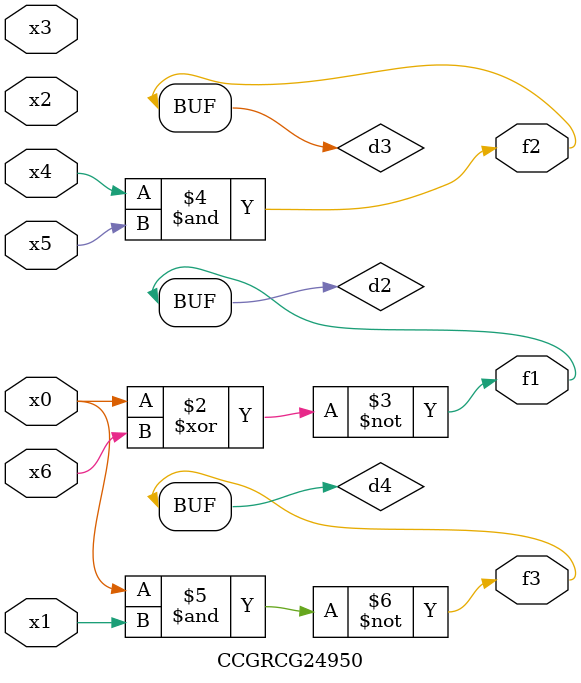
<source format=v>
module CCGRCG24950(
	input x0, x1, x2, x3, x4, x5, x6,
	output f1, f2, f3
);

	wire d1, d2, d3, d4;

	nor (d1, x0);
	xnor (d2, x0, x6);
	and (d3, x4, x5);
	nand (d4, x0, x1);
	assign f1 = d2;
	assign f2 = d3;
	assign f3 = d4;
endmodule

</source>
